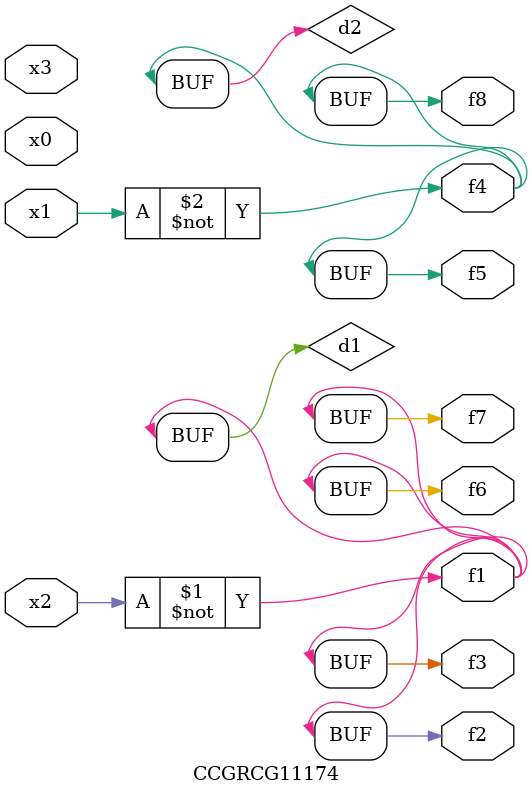
<source format=v>
module CCGRCG11174(
	input x0, x1, x2, x3,
	output f1, f2, f3, f4, f5, f6, f7, f8
);

	wire d1, d2;

	xnor (d1, x2);
	not (d2, x1);
	assign f1 = d1;
	assign f2 = d1;
	assign f3 = d1;
	assign f4 = d2;
	assign f5 = d2;
	assign f6 = d1;
	assign f7 = d1;
	assign f8 = d2;
endmodule

</source>
